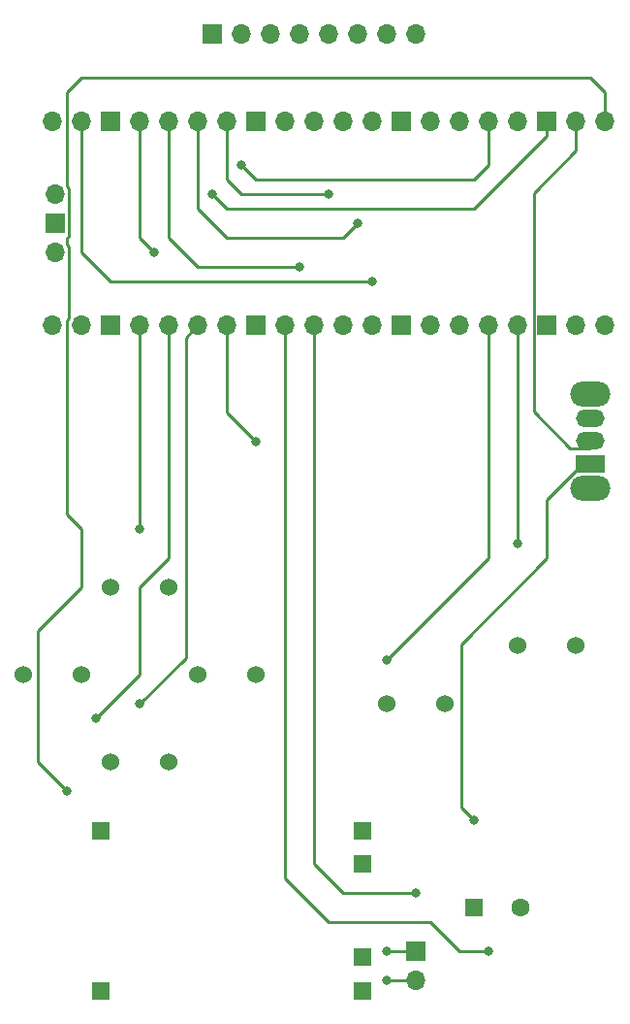
<source format=gbr>
%TF.GenerationSoftware,KiCad,Pcbnew,(5.1.10-1-10_14)*%
%TF.CreationDate,2021-08-15T20:20:53+09:00*%
%TF.ProjectId,gamejoy,67616d65-6a6f-4792-9e6b-696361645f70,rev?*%
%TF.SameCoordinates,Original*%
%TF.FileFunction,Copper,L1,Top*%
%TF.FilePolarity,Positive*%
%FSLAX46Y46*%
G04 Gerber Fmt 4.6, Leading zero omitted, Abs format (unit mm)*
G04 Created by KiCad (PCBNEW (5.1.10-1-10_14)) date 2021-08-15 20:20:53*
%MOMM*%
%LPD*%
G01*
G04 APERTURE LIST*
%TA.AperFunction,ComponentPad*%
%ADD10R,1.700000X1.700000*%
%TD*%
%TA.AperFunction,ComponentPad*%
%ADD11O,1.700000X1.700000*%
%TD*%
%TA.AperFunction,ComponentPad*%
%ADD12R,1.600000X1.600000*%
%TD*%
%TA.AperFunction,ComponentPad*%
%ADD13C,1.600000*%
%TD*%
%TA.AperFunction,ComponentPad*%
%ADD14C,1.524000*%
%TD*%
%TA.AperFunction,ComponentPad*%
%ADD15R,2.500000X1.500000*%
%TD*%
%TA.AperFunction,ComponentPad*%
%ADD16O,2.500000X1.500000*%
%TD*%
%TA.AperFunction,ComponentPad*%
%ADD17O,3.500000X2.200000*%
%TD*%
%TA.AperFunction,ComponentPad*%
%ADD18R,1.524000X1.524000*%
%TD*%
%TA.AperFunction,ViaPad*%
%ADD19C,0.800000*%
%TD*%
%TA.AperFunction,Conductor*%
%ADD20C,0.250000*%
%TD*%
G04 APERTURE END LIST*
D10*
%TO.P,BT1,1*%
%TO.N,Net-(BT1-Pad1)*%
X114300000Y-138430000D03*
D11*
%TO.P,BT1,2*%
%TO.N,Net-(BT1-Pad2)*%
X114300000Y-140970000D03*
%TD*%
D12*
%TO.P,BZ1,1*%
%TO.N,Net-(BZ1-Pad1)*%
X119380000Y-134620000D03*
D13*
%TO.P,BZ1,2*%
%TO.N,Net-(BZ1-Pad2)*%
X123380000Y-134620000D03*
%TD*%
D14*
%TO.P,SW1,2*%
%TO.N,Net-(SW1-Pad2)*%
X85090000Y-114300000D03*
%TO.P,SW1,1*%
%TO.N,Net-(SW1-Pad1)*%
X80010000Y-114300000D03*
%TD*%
%TO.P,SW2,1*%
%TO.N,Net-(SW1-Pad1)*%
X87630000Y-106680000D03*
%TO.P,SW2,2*%
%TO.N,Net-(SW2-Pad2)*%
X92710000Y-106680000D03*
%TD*%
%TO.P,SW3,1*%
%TO.N,Net-(SW1-Pad1)*%
X87630000Y-121920000D03*
%TO.P,SW3,2*%
%TO.N,Net-(SW3-Pad2)*%
X92710000Y-121920000D03*
%TD*%
%TO.P,SW4,2*%
%TO.N,Net-(SW4-Pad2)*%
X100330000Y-114300000D03*
%TO.P,SW4,1*%
%TO.N,Net-(SW1-Pad1)*%
X95250000Y-114300000D03*
%TD*%
%TO.P,SW5,1*%
%TO.N,Net-(SW5-Pad1)*%
X111760000Y-116840000D03*
%TO.P,SW5,2*%
%TO.N,Net-(SW1-Pad1)*%
X116840000Y-116840000D03*
%TD*%
%TO.P,SW6,2*%
%TO.N,Net-(SW1-Pad1)*%
X128270000Y-111760000D03*
%TO.P,SW6,1*%
%TO.N,Net-(SW6-Pad1)*%
X123190000Y-111760000D03*
%TD*%
D15*
%TO.P,SW7,1*%
%TO.N,Net-(SW7-Pad1)*%
X129540000Y-95885000D03*
D16*
%TO.P,SW7,2*%
%TO.N,Net-(SW7-Pad2)*%
X129540000Y-93885000D03*
%TO.P,SW7,3*%
%TO.N,Net-(SW7-Pad3)*%
X129540000Y-91885000D03*
D17*
%TO.P,SW7,*%
%TO.N,*%
X129540000Y-97985000D03*
X129540000Y-89785000D03*
%TD*%
D11*
%TO.P,U1,1*%
%TO.N,Net-(U1-Pad1)*%
X130810000Y-83820000D03*
%TO.P,U1,2*%
%TO.N,Net-(U1-Pad2)*%
X128270000Y-83820000D03*
D10*
%TO.P,U1,3*%
%TO.N,Net-(U1-Pad3)*%
X125730000Y-83820000D03*
D11*
%TO.P,U1,4*%
%TO.N,Net-(SW6-Pad1)*%
X123190000Y-83820000D03*
%TO.P,U1,5*%
%TO.N,Net-(SW5-Pad1)*%
X120650000Y-83820000D03*
%TO.P,U1,6*%
%TO.N,Net-(U1-Pad6)*%
X118110000Y-83820000D03*
%TO.P,U1,7*%
%TO.N,Net-(U1-Pad7)*%
X115570000Y-83820000D03*
D10*
%TO.P,U1,8*%
%TO.N,Net-(U1-Pad8)*%
X113030000Y-83820000D03*
D11*
%TO.P,U1,9*%
%TO.N,Net-(U1-Pad9)*%
X110490000Y-83820000D03*
%TO.P,U1,10*%
%TO.N,Net-(U1-Pad10)*%
X107950000Y-83820000D03*
%TO.P,U1,11*%
%TO.N,Net-(BZ1-Pad1)*%
X105410000Y-83820000D03*
%TO.P,U1,12*%
%TO.N,Net-(BZ1-Pad2)*%
X102870000Y-83820000D03*
D10*
%TO.P,U1,13*%
%TO.N,Net-(U1-Pad13)*%
X100330000Y-83820000D03*
D11*
%TO.P,U1,14*%
%TO.N,Net-(SW4-Pad2)*%
X97790000Y-83820000D03*
%TO.P,U1,15*%
%TO.N,Net-(SW1-Pad2)*%
X95250000Y-83820000D03*
%TO.P,U1,16*%
%TO.N,Net-(SW3-Pad2)*%
X92710000Y-83820000D03*
%TO.P,U1,17*%
%TO.N,Net-(SW2-Pad2)*%
X90170000Y-83820000D03*
D10*
%TO.P,U1,18*%
%TO.N,Net-(U1-Pad18)*%
X87630000Y-83820000D03*
D11*
%TO.P,U1,19*%
%TO.N,Net-(U1-Pad19)*%
X85090000Y-83820000D03*
%TO.P,U1,20*%
%TO.N,Net-(U1-Pad20)*%
X82550000Y-83820000D03*
%TO.P,U1,21*%
%TO.N,Net-(U1-Pad21)*%
X82550000Y-66040000D03*
%TO.P,U1,22*%
%TO.N,Net-(U1-Pad22)*%
X85090000Y-66040000D03*
D10*
%TO.P,U1,23*%
%TO.N,Net-(U1-Pad23)*%
X87630000Y-66040000D03*
D11*
%TO.P,U1,24*%
%TO.N,Net-(U1-Pad24)*%
X90170000Y-66040000D03*
%TO.P,U1,25*%
%TO.N,Net-(U1-Pad25)*%
X92710000Y-66040000D03*
%TO.P,U1,26*%
%TO.N,Net-(U1-Pad26)*%
X95250000Y-66040000D03*
%TO.P,U1,27*%
%TO.N,Net-(U1-Pad27)*%
X97790000Y-66040000D03*
D10*
%TO.P,U1,28*%
%TO.N,Net-(U1-Pad28)*%
X100330000Y-66040000D03*
D11*
%TO.P,U1,29*%
%TO.N,Net-(U1-Pad29)*%
X102870000Y-66040000D03*
%TO.P,U1,30*%
%TO.N,Net-(U1-Pad30)*%
X105410000Y-66040000D03*
%TO.P,U1,31*%
%TO.N,Net-(U1-Pad31)*%
X107950000Y-66040000D03*
%TO.P,U1,32*%
%TO.N,Net-(U1-Pad32)*%
X110490000Y-66040000D03*
D10*
%TO.P,U1,33*%
%TO.N,Net-(U1-Pad33)*%
X113030000Y-66040000D03*
D11*
%TO.P,U1,34*%
%TO.N,Net-(U1-Pad34)*%
X115570000Y-66040000D03*
%TO.P,U1,35*%
%TO.N,Net-(U1-Pad35)*%
X118110000Y-66040000D03*
%TO.P,U1,36*%
%TO.N,Net-(U1-Pad36)*%
X120650000Y-66040000D03*
%TO.P,U1,37*%
%TO.N,Net-(U1-Pad37)*%
X123190000Y-66040000D03*
D10*
%TO.P,U1,38*%
%TO.N,Net-(SW1-Pad1)*%
X125730000Y-66040000D03*
D11*
%TO.P,U1,39*%
%TO.N,Net-(SW7-Pad2)*%
X128270000Y-66040000D03*
%TO.P,U1,40*%
%TO.N,Net-(U1-Pad40)*%
X130810000Y-66040000D03*
%TO.P,U1,41*%
%TO.N,Net-(U1-Pad41)*%
X82780000Y-77470000D03*
D10*
%TO.P,U1,42*%
%TO.N,Net-(U1-Pad42)*%
X82780000Y-74930000D03*
D11*
%TO.P,U1,43*%
%TO.N,Net-(U1-Pad43)*%
X82780000Y-72390000D03*
%TD*%
D10*
%TO.P,U2,1*%
%TO.N,Net-(SW1-Pad1)*%
X96520000Y-58420000D03*
D11*
%TO.P,U2,2*%
%TO.N,Net-(U1-Pad36)*%
X99060000Y-58420000D03*
%TO.P,U2,3*%
%TO.N,Net-(U1-Pad24)*%
X101600000Y-58420000D03*
%TO.P,U2,4*%
%TO.N,Net-(U1-Pad25)*%
X104140000Y-58420000D03*
%TO.P,U2,5*%
%TO.N,Net-(U1-Pad27)*%
X106680000Y-58420000D03*
%TO.P,U2,6*%
%TO.N,Net-(U1-Pad26)*%
X109220000Y-58420000D03*
%TO.P,U2,7*%
%TO.N,Net-(U1-Pad22)*%
X111760000Y-58420000D03*
%TO.P,U2,8*%
%TO.N,Net-(U2-Pad8)*%
X114300000Y-58420000D03*
%TD*%
D18*
%TO.P,U3,5*%
%TO.N,Net-(U1-Pad40)*%
X86741000Y-127889000D03*
%TO.P,U3,6*%
%TO.N,Net-(SW1-Pad1)*%
X86741000Y-141859000D03*
%TO.P,U3,4*%
X109601000Y-141859000D03*
%TO.P,U3,3*%
%TO.N,Net-(SW7-Pad1)*%
X109601000Y-127889000D03*
%TO.P,U3,2*%
%TO.N,Net-(BT1-Pad2)*%
X109601000Y-138938000D03*
%TO.P,U3,1*%
%TO.N,Net-(BT1-Pad1)*%
X109601000Y-130810000D03*
%TD*%
D19*
%TO.N,Net-(BT1-Pad1)*%
X111760000Y-138430000D03*
%TO.N,Net-(BT1-Pad2)*%
X111760000Y-140970000D03*
%TO.N,Net-(BZ1-Pad1)*%
X114300000Y-133350000D03*
%TO.N,Net-(BZ1-Pad2)*%
X120650000Y-138430000D03*
%TO.N,Net-(SW1-Pad2)*%
X90170000Y-116840000D03*
%TO.N,Net-(SW1-Pad1)*%
X96520000Y-72390000D03*
%TO.N,Net-(SW2-Pad2)*%
X90170000Y-101600000D03*
%TO.N,Net-(SW3-Pad2)*%
X86360000Y-118110000D03*
%TO.N,Net-(SW4-Pad2)*%
X100330000Y-93980000D03*
%TO.N,Net-(SW5-Pad1)*%
X111760000Y-113030000D03*
%TO.N,Net-(SW6-Pad1)*%
X123190000Y-102870000D03*
%TO.N,Net-(SW7-Pad1)*%
X119380000Y-127000000D03*
%TO.N,Net-(U1-Pad22)*%
X110490000Y-80010000D03*
%TO.N,Net-(U1-Pad24)*%
X91440000Y-77470000D03*
%TO.N,Net-(U1-Pad25)*%
X104140000Y-78740000D03*
%TO.N,Net-(U1-Pad26)*%
X109220000Y-74930000D03*
%TO.N,Net-(U1-Pad27)*%
X106680000Y-72390000D03*
%TO.N,Net-(U1-Pad36)*%
X99060000Y-69850000D03*
%TO.N,Net-(U1-Pad40)*%
X83820000Y-124460000D03*
%TD*%
D20*
%TO.N,Net-(BT1-Pad1)*%
X114300000Y-138430000D02*
X111760000Y-138430000D01*
%TO.N,Net-(BT1-Pad2)*%
X114300000Y-140970000D02*
X111760000Y-140970000D01*
%TO.N,Net-(BZ1-Pad1)*%
X105410000Y-83820000D02*
X105410000Y-130810000D01*
X105410000Y-130810000D02*
X107950000Y-133350000D01*
X107950000Y-133350000D02*
X114300000Y-133350000D01*
%TO.N,Net-(BZ1-Pad2)*%
X102870000Y-83820000D02*
X102870000Y-132080000D01*
X102870000Y-132080000D02*
X106680000Y-135890000D01*
X106680000Y-135890000D02*
X115570000Y-135890000D01*
X115570000Y-135890000D02*
X118110000Y-138430000D01*
X118110000Y-138430000D02*
X120650000Y-138430000D01*
%TO.N,Net-(SW1-Pad2)*%
X94162999Y-84907001D02*
X94162999Y-112847001D01*
X95250000Y-83820000D02*
X94162999Y-84907001D01*
X94162999Y-112847001D02*
X90170000Y-116840000D01*
%TO.N,Net-(SW1-Pad1)*%
X96520000Y-72390000D02*
X97790000Y-73660000D01*
X97790000Y-73660000D02*
X119380000Y-73660000D01*
X125730000Y-67310000D02*
X125730000Y-66040000D01*
X119380000Y-73660000D02*
X125730000Y-67310000D01*
%TO.N,Net-(SW2-Pad2)*%
X90170000Y-83820000D02*
X90170000Y-101600000D01*
%TO.N,Net-(SW3-Pad2)*%
X92710000Y-83820000D02*
X92710000Y-102870000D01*
X92710000Y-102870000D02*
X92710000Y-104140000D01*
X92710000Y-104140000D02*
X90170000Y-106680000D01*
X90170000Y-106680000D02*
X90170000Y-114300000D01*
X90170000Y-114300000D02*
X86360000Y-118110000D01*
%TO.N,Net-(SW4-Pad2)*%
X97790000Y-83820000D02*
X97790000Y-91440000D01*
X97790000Y-91440000D02*
X100330000Y-93980000D01*
%TO.N,Net-(SW5-Pad1)*%
X120650000Y-83820000D02*
X120650000Y-104140000D01*
X120650000Y-104140000D02*
X111760000Y-113030000D01*
%TO.N,Net-(SW6-Pad1)*%
X123190000Y-83820000D02*
X123190000Y-102870000D01*
%TO.N,Net-(SW7-Pad1)*%
X128270000Y-96520000D02*
X129540000Y-96520000D01*
X118254999Y-111615001D02*
X125730000Y-104140000D01*
X125730000Y-104140000D02*
X125730000Y-99060000D01*
X118254999Y-125874999D02*
X118254999Y-111615001D01*
X125730000Y-99060000D02*
X128270000Y-96520000D01*
X119380000Y-127000000D02*
X118254999Y-125874999D01*
%TO.N,Net-(SW7-Pad2)*%
X128270000Y-66040000D02*
X128270000Y-68580000D01*
X128270000Y-68580000D02*
X124554999Y-72295001D01*
X124554999Y-72295001D02*
X124554999Y-91345001D01*
X127729998Y-94520000D02*
X129540000Y-94520000D01*
X124554999Y-91345001D02*
X127729998Y-94520000D01*
%TO.N,Net-(U1-Pad22)*%
X85090000Y-77470000D02*
X85090000Y-66040000D01*
X87630000Y-80010000D02*
X85090000Y-77470000D01*
X110490000Y-80010000D02*
X87630000Y-80010000D01*
%TO.N,Net-(U1-Pad24)*%
X91440000Y-77470000D02*
X90170000Y-76200000D01*
X90170000Y-76200000D02*
X90170000Y-66040000D01*
%TO.N,Net-(U1-Pad25)*%
X104140000Y-78740000D02*
X95250000Y-78740000D01*
X95250000Y-78740000D02*
X92710000Y-76200000D01*
X92710000Y-76200000D02*
X92710000Y-66040000D01*
%TO.N,Net-(U1-Pad26)*%
X109220000Y-74930000D02*
X107950000Y-76200000D01*
X107950000Y-76200000D02*
X97790000Y-76200000D01*
X97790000Y-76200000D02*
X95250000Y-73660000D01*
X95250000Y-73660000D02*
X95250000Y-66040000D01*
%TO.N,Net-(U1-Pad27)*%
X106680000Y-72390000D02*
X99060000Y-72390000D01*
X99060000Y-72390000D02*
X97790000Y-71120000D01*
X97790000Y-71120000D02*
X97790000Y-66040000D01*
%TO.N,Net-(U1-Pad36)*%
X99060000Y-69850000D02*
X100330000Y-71120000D01*
X100330000Y-71120000D02*
X119380000Y-71120000D01*
X119380000Y-71120000D02*
X120650000Y-69850000D01*
X120650000Y-69850000D02*
X120650000Y-66040000D01*
%TO.N,Net-(U1-Pad40)*%
X130810000Y-66040000D02*
X130810000Y-63500000D01*
X130810000Y-63500000D02*
X129540000Y-62230000D01*
X129540000Y-62230000D02*
X85090000Y-62230000D01*
X83955001Y-76905999D02*
X83955001Y-83215997D01*
X83820000Y-76770998D02*
X83955001Y-76905999D01*
X83955001Y-83215997D02*
X83820000Y-83350998D01*
X83820000Y-76200000D02*
X83820000Y-76770998D01*
X83820000Y-71690998D02*
X83955001Y-71825999D01*
X83955001Y-76064999D02*
X83820000Y-76200000D01*
X83820000Y-63500000D02*
X83820000Y-71690998D01*
X83955001Y-71825999D02*
X83955001Y-76064999D01*
X85090000Y-62230000D02*
X83820000Y-63500000D01*
X83820000Y-83350998D02*
X83820000Y-100330000D01*
X83820000Y-100330000D02*
X85090000Y-101600000D01*
X85090000Y-101600000D02*
X85090000Y-106680000D01*
X85090000Y-106680000D02*
X81280000Y-110490000D01*
X81280000Y-110490000D02*
X81280000Y-121920000D01*
X81280000Y-121920000D02*
X83820000Y-124460000D01*
%TD*%
M02*

</source>
